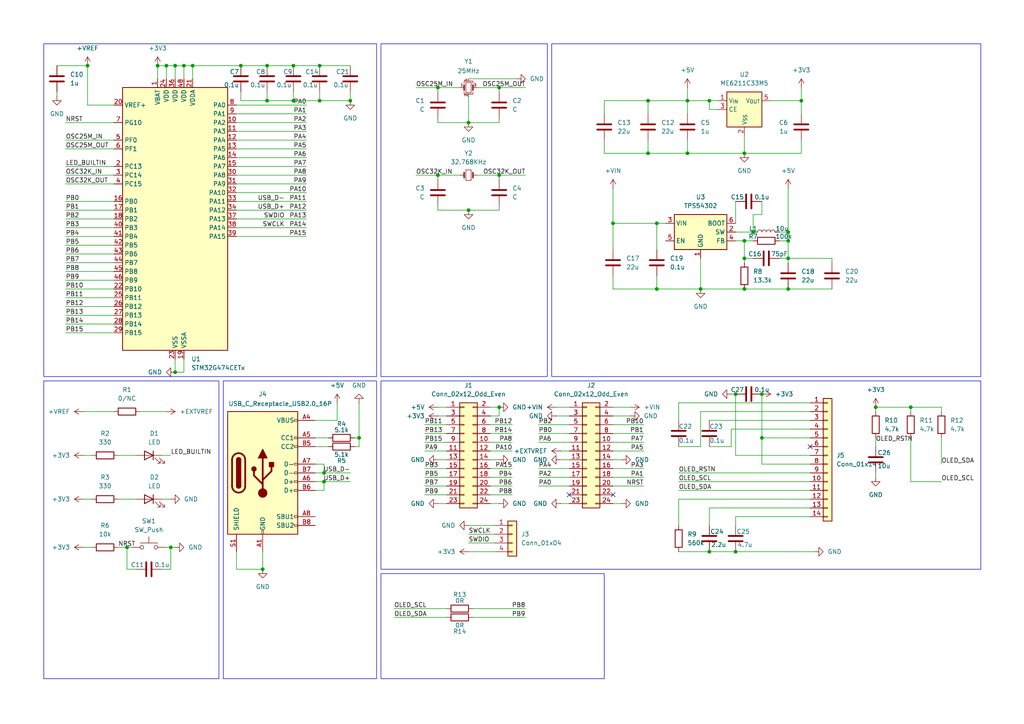
<source format=kicad_sch>
(kicad_sch (version 20250114) (generator "eeschema") (generator_version "9.0")
  (paper "A4")
  (rectangle (start 12.7 110.49) (end 63.5 196.85))
  (rectangle (start 110.49 110.49) (end 284.48 165.1))
  (rectangle (start 110.49 12.7) (end 158.75 109.22))
  (rectangle (start 64.77 110.49) (end 109.22 196.85))
  (rectangle (start 110.49 166.37) (end 175.26 196.85))
  (rectangle (start 12.7 12.7) (end 109.22 109.22))
  (rectangle (start 160.02 12.7) (end 284.48 109.22))
  (junction (at 220.98 114.3))
  (junction (at 50.8 107.95))
  (junction (at 264.16 118.11))
  (junction (at 77.47 19.05))
  (junction (at 135.89 35.56))
  (junction (at 254 118.11))
  (junction (at 93.98 137.16))
  (junction (at 228.6 83.82))
  (junction (at 144.78 50.8))
  (junction (at 135.89 60.96))
  (junction (at 190.5 64.77))
  (junction (at 190.5 83.82))
  (junction (at 93.98 139.7))
  (junction (at 187.96 44.45))
  (junction (at 92.71 29.21))
  (junction (at 104.14 127))
  (junction (at 199.39 29.21))
  (junction (at 85.09 29.21))
  (junction (at 215.9 74.93))
  (junction (at 45.72 19.05))
  (junction (at 48.26 19.05))
  (junction (at 177.8 64.77))
  (junction (at 213.36 160.02))
  (junction (at 101.6 29.21))
  (junction (at 228.6 74.93))
  (junction (at 55.88 19.05))
  (junction (at 187.96 29.21))
  (junction (at 218.44 67.31))
  (junction (at 215.9 44.45))
  (junction (at 203.2 83.82))
  (junction (at 85.09 19.05))
  (junction (at 228.6 67.31))
  (junction (at 127 25.4))
  (junction (at 199.39 44.45))
  (junction (at 36.83 158.75))
  (junction (at 232.41 29.21))
  (junction (at 76.2 165.1))
  (junction (at 215.9 69.85))
  (junction (at 77.47 29.21))
  (junction (at 53.34 19.05))
  (junction (at 92.71 19.05))
  (junction (at 215.9 83.82))
  (junction (at 205.74 29.21))
  (junction (at 50.8 19.05))
  (junction (at 25.4 19.05))
  (junction (at 144.78 25.4))
  (junction (at 228.6 69.85))
  (junction (at 213.36 114.3))
  (junction (at 205.74 160.02))
  (junction (at 49.53 158.75))
  (junction (at 220.98 127))
  (junction (at 127 50.8))
  (junction (at 69.85 19.05))
  (junction (at 144.78 118.11))
  (no_connect (at 165.1 143.51))
  (no_connect (at 177.8 143.51))
  (no_connect (at 234.95 129.54))
  (wire (pts (xy 92.71 26.67) (xy 92.71 29.21)))
  (wire (pts (xy 127 25.4) (xy 127 26.67)))
  (wire (pts (xy 144.78 50.8) (xy 144.78 52.07)))
  (wire (pts (xy 156.21 135.89) (xy 165.1 135.89)))
  (wire (pts (xy 19.05 71.12) (xy 33.02 71.12)))
  (wire (pts (xy 123.19 125.73) (xy 129.54 125.73)))
  (wire (pts (xy 25.4 30.48) (xy 25.4 19.05)))
  (wire (pts (xy 144.78 35.56) (xy 135.89 35.56)))
  (wire (pts (xy 254 137.16) (xy 254 138.43)))
  (wire (pts (xy 97.79 121.92) (xy 91.44 121.92)))
  (wire (pts (xy 205.74 160.02) (xy 213.36 160.02)))
  (wire (pts (xy 123.19 143.51) (xy 129.54 143.51)))
  (wire (pts (xy 177.8 123.19) (xy 186.69 123.19)))
  (wire (pts (xy 138.43 25.4) (xy 144.78 25.4)))
  (wire (pts (xy 254 118.11) (xy 264.16 118.11)))
  (wire (pts (xy 177.8 64.77) (xy 177.8 54.61)))
  (wire (pts (xy 19.05 43.18) (xy 33.02 43.18)))
  (wire (pts (xy 226.06 74.93) (xy 228.6 74.93)))
  (wire (pts (xy 213.36 152.4) (xy 213.36 149.86)))
  (wire (pts (xy 45.72 19.05) (xy 45.72 22.86)))
  (wire (pts (xy 97.79 116.84) (xy 97.79 121.92)))
  (wire (pts (xy 144.78 25.4) (xy 144.78 26.67)))
  (wire (pts (xy 177.8 146.05) (xy 180.34 146.05)))
  (wire (pts (xy 162.56 133.35) (xy 165.1 133.35)))
  (wire (pts (xy 241.3 76.2) (xy 241.3 74.93)))
  (wire (pts (xy 93.98 139.7) (xy 93.98 142.24)))
  (wire (pts (xy 135.89 60.96) (xy 127 60.96)))
  (wire (pts (xy 226.06 69.85) (xy 228.6 69.85)))
  (wire (pts (xy 193.04 64.77) (xy 190.5 64.77)))
  (wire (pts (xy 85.09 19.05) (xy 92.71 19.05)))
  (wire (pts (xy 144.78 34.29) (xy 144.78 35.56)))
  (wire (pts (xy 36.83 158.75) (xy 38.1 158.75)))
  (wire (pts (xy 19.05 66.04) (xy 33.02 66.04)))
  (wire (pts (xy 215.9 39.37) (xy 215.9 44.45)))
  (wire (pts (xy 232.41 44.45) (xy 215.9 44.45)))
  (wire (pts (xy 273.05 119.38) (xy 273.05 118.11)))
  (wire (pts (xy 93.98 137.16) (xy 101.6 137.16)))
  (wire (pts (xy 220.98 62.23) (xy 218.44 62.23)))
  (wire (pts (xy 49.53 158.75) (xy 50.8 158.75)))
  (wire (pts (xy 68.58 35.56) (xy 88.9 35.56)))
  (wire (pts (xy 199.39 44.45) (xy 215.9 44.45)))
  (wire (pts (xy 156.21 138.43) (xy 165.1 138.43)))
  (wire (pts (xy 127 50.8) (xy 133.35 50.8)))
  (wire (pts (xy 264.16 119.38) (xy 264.16 118.11)))
  (wire (pts (xy 135.89 157.48) (xy 143.51 157.48)))
  (wire (pts (xy 34.29 144.78) (xy 39.37 144.78)))
  (wire (pts (xy 91.44 134.62) (xy 93.98 134.62)))
  (wire (pts (xy 19.05 81.28) (xy 33.02 81.28)))
  (wire (pts (xy 135.89 35.56) (xy 127 35.56)))
  (wire (pts (xy 50.8 104.14) (xy 50.8 107.95)))
  (wire (pts (xy 50.8 19.05) (xy 48.26 19.05)))
  (wire (pts (xy 177.8 64.77) (xy 177.8 72.39)))
  (wire (pts (xy 114.3 176.53) (xy 129.54 176.53)))
  (wire (pts (xy 213.36 114.3) (xy 213.36 132.08)))
  (wire (pts (xy 228.6 74.93) (xy 228.6 69.85)))
  (wire (pts (xy 127 120.65) (xy 129.54 120.65)))
  (wire (pts (xy 142.24 143.51) (xy 148.59 143.51)))
  (wire (pts (xy 187.96 44.45) (xy 199.39 44.45)))
  (wire (pts (xy 212.09 129.54) (xy 205.74 129.54)))
  (wire (pts (xy 228.6 69.85) (xy 228.6 67.31)))
  (wire (pts (xy 142.24 140.97) (xy 148.59 140.97)))
  (wire (pts (xy 19.05 63.5) (xy 33.02 63.5)))
  (wire (pts (xy 19.05 73.66) (xy 33.02 73.66)))
  (wire (pts (xy 19.05 35.56) (xy 33.02 35.56)))
  (wire (pts (xy 203.2 83.82) (xy 203.2 74.93)))
  (wire (pts (xy 53.34 22.86) (xy 53.34 19.05)))
  (wire (pts (xy 120.65 25.4) (xy 127 25.4)))
  (wire (pts (xy 77.47 29.21) (xy 85.09 29.21)))
  (wire (pts (xy 241.3 74.93) (xy 228.6 74.93)))
  (wire (pts (xy 196.85 137.16) (xy 234.95 137.16)))
  (wire (pts (xy 177.8 130.81) (xy 186.69 130.81)))
  (wire (pts (xy 199.39 25.4) (xy 199.39 29.21)))
  (wire (pts (xy 177.8 140.97) (xy 186.69 140.97)))
  (wire (pts (xy 177.8 83.82) (xy 190.5 83.82)))
  (wire (pts (xy 127 50.8) (xy 127 52.07)))
  (wire (pts (xy 68.58 55.88) (xy 88.9 55.88)))
  (wire (pts (xy 232.41 40.64) (xy 232.41 44.45)))
  (wire (pts (xy 104.14 127) (xy 104.14 116.84)))
  (wire (pts (xy 135.89 22.86) (xy 149.86 22.86)))
  (wire (pts (xy 24.13 158.75) (xy 26.67 158.75)))
  (wire (pts (xy 46.99 132.08) (xy 49.53 132.08)))
  (wire (pts (xy 127 146.05) (xy 129.54 146.05)))
  (wire (pts (xy 196.85 142.24) (xy 234.95 142.24)))
  (wire (pts (xy 24.13 144.78) (xy 26.67 144.78)))
  (wire (pts (xy 142.24 118.11) (xy 144.78 118.11)))
  (wire (pts (xy 196.85 160.02) (xy 205.74 160.02)))
  (wire (pts (xy 196.85 144.78) (xy 196.85 152.4)))
  (wire (pts (xy 69.85 29.21) (xy 77.47 29.21)))
  (wire (pts (xy 127 25.4) (xy 133.35 25.4)))
  (wire (pts (xy 92.71 29.21) (xy 101.6 29.21)))
  (wire (pts (xy 144.78 59.69) (xy 144.78 60.96)))
  (wire (pts (xy 48.26 158.75) (xy 49.53 158.75)))
  (wire (pts (xy 19.05 50.8) (xy 33.02 50.8)))
  (wire (pts (xy 190.5 64.77) (xy 190.5 72.39)))
  (wire (pts (xy 91.44 142.24) (xy 93.98 142.24)))
  (wire (pts (xy 213.36 67.31) (xy 218.44 67.31)))
  (wire (pts (xy 127 60.96) (xy 127 59.69)))
  (wire (pts (xy 161.29 120.65) (xy 165.1 120.65)))
  (wire (pts (xy 142.24 146.05) (xy 144.78 146.05)))
  (wire (pts (xy 215.9 69.85) (xy 218.44 69.85)))
  (wire (pts (xy 68.58 48.26) (xy 88.9 48.26)))
  (wire (pts (xy 68.58 60.96) (xy 88.9 60.96)))
  (wire (pts (xy 68.58 33.02) (xy 88.9 33.02)))
  (wire (pts (xy 68.58 30.48) (xy 88.9 30.48)))
  (wire (pts (xy 161.29 118.11) (xy 165.1 118.11)))
  (wire (pts (xy 69.85 19.05) (xy 77.47 19.05)))
  (wire (pts (xy 19.05 91.44) (xy 33.02 91.44)))
  (wire (pts (xy 91.44 139.7) (xy 93.98 139.7)))
  (wire (pts (xy 234.95 147.32) (xy 205.74 147.32)))
  (wire (pts (xy 19.05 93.98) (xy 33.02 93.98)))
  (wire (pts (xy 142.24 135.89) (xy 148.59 135.89)))
  (wire (pts (xy 135.89 154.94) (xy 143.51 154.94)))
  (wire (pts (xy 68.58 50.8) (xy 88.9 50.8)))
  (wire (pts (xy 228.6 74.93) (xy 228.6 76.2)))
  (wire (pts (xy 123.19 135.89) (xy 129.54 135.89)))
  (wire (pts (xy 187.96 40.64) (xy 187.96 44.45)))
  (wire (pts (xy 33.02 30.48) (xy 25.4 30.48)))
  (wire (pts (xy 213.36 149.86) (xy 234.95 149.86)))
  (wire (pts (xy 123.19 123.19) (xy 129.54 123.19)))
  (wire (pts (xy 102.87 129.54) (xy 104.14 129.54)))
  (wire (pts (xy 199.39 29.21) (xy 205.74 29.21)))
  (wire (pts (xy 162.56 146.05) (xy 165.1 146.05)))
  (wire (pts (xy 177.8 128.27) (xy 186.69 128.27)))
  (wire (pts (xy 91.44 127) (xy 95.25 127)))
  (wire (pts (xy 68.58 40.64) (xy 88.9 40.64)))
  (wire (pts (xy 69.85 26.67) (xy 69.85 29.21)))
  (wire (pts (xy 215.9 74.93) (xy 215.9 69.85)))
  (wire (pts (xy 68.58 43.18) (xy 88.9 43.18)))
  (wire (pts (xy 68.58 53.34) (xy 88.9 53.34)))
  (wire (pts (xy 19.05 48.26) (xy 33.02 48.26)))
  (wire (pts (xy 205.74 29.21) (xy 208.28 29.21)))
  (wire (pts (xy 144.78 120.65) (xy 144.78 118.11)))
  (wire (pts (xy 205.74 31.75) (xy 205.74 29.21)))
  (wire (pts (xy 55.88 19.05) (xy 69.85 19.05)))
  (wire (pts (xy 48.26 22.86) (xy 48.26 19.05)))
  (wire (pts (xy 190.5 64.77) (xy 177.8 64.77)))
  (wire (pts (xy 92.71 19.05) (xy 101.6 19.05)))
  (wire (pts (xy 49.53 165.1) (xy 49.53 158.75)))
  (wire (pts (xy 196.85 129.54) (xy 203.2 129.54)))
  (wire (pts (xy 234.95 134.62) (xy 220.98 134.62)))
  (wire (pts (xy 55.88 19.05) (xy 53.34 19.05)))
  (wire (pts (xy 19.05 40.64) (xy 33.02 40.64)))
  (wire (pts (xy 85.09 26.67) (xy 85.09 29.21)))
  (wire (pts (xy 93.98 139.7) (xy 101.6 139.7)))
  (wire (pts (xy 91.44 129.54) (xy 95.25 129.54)))
  (wire (pts (xy 50.8 22.86) (xy 50.8 19.05)))
  (wire (pts (xy 46.99 165.1) (xy 49.53 165.1)))
  (wire (pts (xy 19.05 68.58) (xy 33.02 68.58)))
  (wire (pts (xy 53.34 19.05) (xy 50.8 19.05)))
  (wire (pts (xy 273.05 127) (xy 273.05 134.62)))
  (wire (pts (xy 40.64 119.38) (xy 48.26 119.38)))
  (wire (pts (xy 273.05 139.7) (xy 264.16 139.7)))
  (wire (pts (xy 228.6 83.82) (xy 241.3 83.82)))
  (wire (pts (xy 177.8 138.43) (xy 186.69 138.43)))
  (wire (pts (xy 156.21 123.19) (xy 165.1 123.19)))
  (wire (pts (xy 114.3 179.07) (xy 129.54 179.07)))
  (wire (pts (xy 215.9 83.82) (xy 203.2 83.82)))
  (wire (pts (xy 175.26 44.45) (xy 187.96 44.45)))
  (wire (pts (xy 55.88 22.86) (xy 55.88 19.05)))
  (wire (pts (xy 123.19 140.97) (xy 129.54 140.97)))
  (wire (pts (xy 232.41 25.4) (xy 232.41 29.21)))
  (wire (pts (xy 76.2 160.02) (xy 76.2 165.1)))
  (wire (pts (xy 68.58 63.5) (xy 88.9 63.5)))
  (wire (pts (xy 24.13 132.08) (xy 26.67 132.08)))
  (wire (pts (xy 77.47 26.67) (xy 77.47 29.21)))
  (wire (pts (xy 137.16 179.07) (xy 152.4 179.07)))
  (wire (pts (xy 218.44 74.93) (xy 215.9 74.93)))
  (wire (pts (xy 123.19 130.81) (xy 129.54 130.81)))
  (wire (pts (xy 208.28 31.75) (xy 205.74 31.75)))
  (wire (pts (xy 19.05 86.36) (xy 33.02 86.36)))
  (wire (pts (xy 127 35.56) (xy 127 34.29)))
  (wire (pts (xy 220.98 58.42) (xy 220.98 62.23)))
  (wire (pts (xy 19.05 60.96) (xy 33.02 60.96)))
  (wire (pts (xy 144.78 25.4) (xy 152.4 25.4)))
  (wire (pts (xy 220.98 114.3) (xy 220.98 127)))
  (wire (pts (xy 142.24 128.27) (xy 148.59 128.27)))
  (wire (pts (xy 175.26 29.21) (xy 187.96 29.21)))
  (wire (pts (xy 177.8 125.73) (xy 186.69 125.73)))
  (wire (pts (xy 212.09 124.46) (xy 212.09 129.54)))
  (wire (pts (xy 187.96 33.02) (xy 187.96 29.21)))
  (wire (pts (xy 19.05 96.52) (xy 33.02 96.52)))
  (wire (pts (xy 220.98 134.62) (xy 220.98 127)))
  (wire (pts (xy 144.78 50.8) (xy 152.4 50.8)))
  (wire (pts (xy 68.58 58.42) (xy 88.9 58.42)))
  (wire (pts (xy 24.13 119.38) (xy 33.02 119.38)))
  (wire (pts (xy 19.05 58.42) (xy 33.02 58.42)))
  (wire (pts (xy 127 133.35) (xy 129.54 133.35)))
  (wire (pts (xy 220.98 127) (xy 234.95 127)))
  (wire (pts (xy 187.96 29.21) (xy 199.39 29.21)))
  (wire (pts (xy 19.05 88.9) (xy 33.02 88.9)))
  (wire (pts (xy 19.05 53.34) (xy 33.02 53.34)))
  (wire (pts (xy 142.24 138.43) (xy 148.59 138.43)))
  (wire (pts (xy 212.09 114.3) (xy 213.36 114.3)))
  (wire (pts (xy 53.34 107.95) (xy 50.8 107.95)))
  (wire (pts (xy 177.8 135.89) (xy 186.69 135.89)))
  (wire (pts (xy 53.34 104.14) (xy 53.34 107.95)))
  (wire (pts (xy 36.83 165.1) (xy 36.83 158.75)))
  (wire (pts (xy 175.26 33.02) (xy 175.26 29.21)))
  (wire (pts (xy 264.16 139.7) (xy 264.16 127)))
  (wire (pts (xy 199.39 40.64) (xy 199.39 44.45)))
  (wire (pts (xy 232.41 29.21) (xy 223.52 29.21)))
  (wire (pts (xy 127 118.11) (xy 129.54 118.11)))
  (wire (pts (xy 215.9 83.82) (xy 228.6 83.82)))
  (wire (pts (xy 264.16 118.11) (xy 273.05 118.11)))
  (wire (pts (xy 213.36 69.85) (xy 215.9 69.85)))
  (wire (pts (xy 205.74 121.92) (xy 234.95 121.92)))
  (wire (pts (xy 137.16 176.53) (xy 152.4 176.53)))
  (wire (pts (xy 120.65 50.8) (xy 127 50.8)))
  (wire (pts (xy 177.8 120.65) (xy 182.88 120.65)))
  (wire (pts (xy 39.37 165.1) (xy 36.83 165.1)))
  (wire (pts (xy 68.58 68.58) (xy 88.9 68.58)))
  (wire (pts (xy 77.47 19.05) (xy 85.09 19.05)))
  (wire (pts (xy 68.58 45.72) (xy 88.9 45.72)))
  (wire (pts (xy 156.21 125.73) (xy 165.1 125.73)))
  (wire (pts (xy 123.19 128.27) (xy 129.54 128.27)))
  (wire (pts (xy 215.9 74.93) (xy 215.9 76.2)))
  (wire (pts (xy 199.39 33.02) (xy 199.39 29.21)))
  (wire (pts (xy 190.5 83.82) (xy 203.2 83.82)))
  (wire (pts (xy 135.89 152.4) (xy 143.51 152.4)))
  (wire (pts (xy 190.5 80.01) (xy 190.5 83.82)))
  (wire (pts (xy 46.99 144.78) (xy 49.53 144.78)))
  (wire (pts (xy 142.24 120.65) (xy 144.78 120.65)))
  (wire (pts (xy 218.44 62.23) (xy 218.44 67.31)))
  (wire (pts (xy 228.6 54.61) (xy 228.6 67.31)))
  (wire (pts (xy 68.58 38.1) (xy 88.9 38.1)))
  (wire (pts (xy 205.74 147.32) (xy 205.74 152.4)))
  (wire (pts (xy 85.09 29.21) (xy 92.71 29.21)))
  (wire (pts (xy 142.24 125.73) (xy 148.59 125.73)))
  (wire (pts (xy 68.58 165.1) (xy 76.2 165.1)))
  (wire (pts (xy 213.36 132.08) (xy 234.95 132.08)))
  (wire (pts (xy 19.05 78.74) (xy 33.02 78.74)))
  (wire (pts (xy 91.44 137.16) (xy 93.98 137.16)))
  (wire (pts (xy 138.43 50.8) (xy 144.78 50.8)))
  (wire (pts (xy 234.95 124.46) (xy 212.09 124.46)))
  (wire (pts (xy 144.78 60.96) (xy 135.89 60.96)))
  (wire (pts (xy 177.8 80.01) (xy 177.8 83.82)))
  (wire (pts (xy 228.6 67.31) (xy 226.06 67.31)))
  (wire (pts (xy 34.29 158.75) (xy 36.83 158.75)))
  (wire (pts (xy 16.51 26.67) (xy 16.51 27.94)))
  (wire (pts (xy 196.85 116.84) (xy 234.95 116.84)))
  (wire (pts (xy 232.41 29.21) (xy 232.41 33.02)))
  (wire (pts (xy 93.98 134.62) (xy 93.98 137.16)))
  (wire (pts (xy 135.89 160.02) (xy 143.51 160.02)))
  (wire (pts (xy 203.2 129.54) (xy 203.2 119.38)))
  (wire (pts (xy 48.26 19.05) (xy 45.72 19.05)))
  (wire (pts (xy 68.58 160.02) (xy 68.58 165.1)))
  (wire (pts (xy 142.24 133.35) (xy 144.78 133.35)))
  (wire (pts (xy 175.26 40.64) (xy 175.26 44.45)))
  (wire (pts (xy 135.89 27.94) (xy 135.89 35.56)))
  (wire (pts (xy 196.85 121.92) (xy 196.85 116.84)))
  (wire (pts (xy 142.24 130.81) (xy 148.59 130.81)))
  (wire (pts (xy 254 118.11) (xy 254 119.38)))
  (wire (pts (xy 156.21 128.27) (xy 165.1 128.27)))
  (wire (pts (xy 34.29 132.08) (xy 39.37 132.08)))
  (wire (pts (xy 196.85 139.7) (xy 234.95 139.7)))
  (wire (pts (xy 203.2 119.38) (xy 234.95 119.38)))
  (wire (pts (xy 123.19 138.43) (xy 129.54 138.43)))
  (wire (pts (xy 213.36 58.42) (xy 213.36 64.77)))
  (wire (pts (xy 177.8 133.35) (xy 180.34 133.35)))
  (wire (pts (xy 254 127) (xy 254 129.54)))
  (wire (pts (xy 102.87 127) (xy 104.14 127)))
  (wire (pts (xy 142.24 123.19) (xy 148.59 123.19)))
  (wire (pts (xy 213.36 160.02) (xy 236.22 160.02)))
  (wire (pts (xy 156.21 140.97) (xy 165.1 140.97)))
  (wire (pts (xy 19.05 83.82) (xy 33.02 83.82)))
  (wire (pts (xy 19.05 76.2) (xy 33.02 76.2)))
  (wire (pts (xy 104.14 129.54) (xy 104.14 127)))
  (wire (pts (xy 68.58 66.04) (xy 88.9 66.04)))
  (wire (pts (xy 16.51 19.05) (xy 25.4 19.05)))
  (wire (pts (xy 196.85 144.78) (xy 234.95 144.78)))
  (wire (pts (xy 101.6 26.67) (xy 101.6 29.21)))
  (wire (pts (xy 162.56 130.81) (xy 165.1 130.81)))
  (wire (pts (xy 177.8 118.11) (xy 182.88 118.11)))
  (label "PA12" (at 88.9 60.96 180))
  (label "PA5" (at 88.9 43.18 180))
  (label "PB1" (at 186.69 125.73 180))
  (label "OLED_SCL" (at 273.05 139.7 0))
  (label "PB13" (at 19.05 91.44 0))
  (label "PB3" (at 19.05 66.04 0))
  (label "OLED_RSTN" (at 254 128.27 0))
  (label "OSC32K_IN" (at 120.65 50.8 0))
  (label "PB8" (at 148.59 143.51 180))
  (label "PA6" (at 156.21 128.27 0))
  (label "USB_D+" (at 82.55 60.96 180))
  (label "PA9" (at 123.19 130.81 0))
  (label "OLED_SDA" (at 273.05 134.62 0))
  (label "PB12" (at 19.05 88.9 0))
  (label "SWDIO" (at 135.89 157.48 0))
  (label "PA8" (at 88.9 50.8 180))
  (label "PB4" (at 148.59 138.43 180))
  (label "PA14" (at 88.9 66.04 180))
  (label "PB12" (at 148.59 123.19 180))
  (label "PB0" (at 19.05 58.42 0))
  (label "PA10" (at 148.59 130.81 180))
  (label "SWDIO" (at 82.55 63.5 180))
  (label "PA15" (at 148.59 135.89 180))
  (label "PA4" (at 88.9 40.64 180))
  (label "PB9" (at 152.4 179.07 180))
  (label "PB11" (at 123.19 123.19 0))
  (label "PA11" (at 88.9 58.42 180))
  (label "PB5" (at 19.05 71.12 0))
  (label "PB10" (at 19.05 83.82 0))
  (label "OLED_SCL" (at 114.3 176.53 0))
  (label "PB10" (at 186.69 123.19 180))
  (label "PB7" (at 123.19 140.97 0))
  (label "PA2" (at 156.21 138.43 0))
  (label "PA2" (at 88.9 35.56 180))
  (label "PB13" (at 123.19 125.73 0))
  (label "OSC25M_OUT" (at 19.05 43.18 0))
  (label "OLED_SDA" (at 196.85 142.24 0))
  (label "PB15" (at 123.19 128.27 0))
  (label "OSC32K_IN" (at 19.05 50.8 0))
  (label "USB_D+" (at 101.6 139.7 180))
  (label "OSC32K_OUT" (at 152.4 50.8 180))
  (label "SWCLK" (at 82.55 66.04 180))
  (label "PB4" (at 19.05 68.58 0))
  (label "PB14" (at 19.05 93.98 0))
  (label "OLED_SCL" (at 196.85 139.7 0))
  (label "PA1" (at 88.9 33.02 180))
  (label "PA6" (at 88.9 45.72 180))
  (label "PB8" (at 152.4 176.53 180))
  (label "PB0" (at 156.21 125.73 0))
  (label "PB8" (at 19.05 78.74 0))
  (label "OSC25M_OUT" (at 152.4 25.4 180))
  (label "PA1" (at 186.69 138.43 180))
  (label "PA8" (at 148.59 128.27 180))
  (label "OLED_SDA" (at 114.3 179.07 0))
  (label "PA9" (at 88.9 53.34 180))
  (label "NRST" (at 186.69 140.97 180))
  (label "PB3" (at 123.19 135.89 0))
  (label "PA0" (at 88.9 30.48 180))
  (label "PB9" (at 19.05 81.28 0))
  (label "PB15" (at 19.05 96.52 0))
  (label "LED_BUILTIN" (at 19.05 48.26 0))
  (label "PA7" (at 88.9 48.26 180))
  (label "PB6" (at 148.59 140.97 180))
  (label "NRST" (at 19.05 35.56 0))
  (label "PA3" (at 88.9 38.1 180))
  (label "NRST" (at 34.29 158.75 0))
  (label "PB6" (at 19.05 73.66 0))
  (label "PB2" (at 19.05 63.5 0))
  (label "PB11" (at 19.05 86.36 0))
  (label "PA10" (at 88.9 55.88 180))
  (label "OSC32K_OUT" (at 19.05 53.34 0))
  (label "LED_BUILTIN" (at 49.53 132.08 0))
  (label "OSC25M_IN" (at 19.05 40.64 0))
  (label "PB1" (at 19.05 60.96 0))
  (label "SWCLK" (at 135.89 154.94 0))
  (label "PB2" (at 156.21 123.19 0))
  (label "OLED_RSTN" (at 196.85 137.16 0))
  (label "OSC25M_IN" (at 120.65 25.4 0))
  (label "PA15" (at 88.9 68.58 180))
  (label "PB7" (at 19.05 76.2 0))
  (label "PA7" (at 186.69 128.27 180))
  (label "USB_D-" (at 82.55 58.42 180))
  (label "PA0" (at 156.21 140.97 0))
  (label "PA13" (at 88.9 63.5 180))
  (label "PA3" (at 186.69 135.89 180))
  (label "PA4" (at 156.21 135.89 0))
  (label "PB5" (at 123.19 138.43 0))
  (label "PA5" (at 186.69 130.81 180))
  (label "PB14" (at 148.59 125.73 180))
  (label "PB9" (at 123.19 143.51 0))
  (label "USB_D-" (at 101.6 137.16 180))
  (symbol (lib_id "Device:C") (at 77.47 22.86 0) (mirror y) (unit 1)
    (property "Reference" "C8" (at 76.962 20.828 0) (effects (justify left)))
    (property "Value" "0.1u" (at 76.962 24.638 0) (effects (justify left)))
    (property "Footprint" "Capacitor_SMD:C_0603_1608Metric" (effects (hide yes)))
    (property "Description" "Unpolarized capacitor" (effects (hide yes)))
  )
  (symbol (lib_id "Device:C") (at 69.85 22.86 0) (mirror y) (unit 1)
    (property "Reference" "C7" (at 69.342 20.828 0) (effects (justify left)))
    (property "Value" "0.1u" (at 69.342 24.638 0) (effects (justify left)))
    (property "Footprint" "Capacitor_SMD:C_0603_1608Metric" (effects (hide yes)))
    (property "Description" "Unpolarized capacitor" (effects (hide yes)))
  )
  (symbol (lib_id "power:GND") (at 162.56 146.05 270) (unit 1)
    (property "Reference" "#PWR036" (effects (hide yes)))
    (property "Value" "GND" (at 158.75 146.0499 90) (effects (justify right)))
    (property "Description" "Power symbol creates a global label with name \"GND\" , ground" (effects (hide yes)))
  )
  (symbol (lib_id "power:+3V3") (at 135.89 160.02 90) (unit 1)
    (property "Reference" "#PWR017" (effects (hide yes)))
    (property "Value" "+3V3" (at 132.08 160.0199 90) (effects (justify left)))
    (property "Description" "Power symbol creates a global label with name \"+3V3\"" (effects (hide yes)))
  )
  (symbol (lib_id "power:GND") (at 101.6 29.21 0) (unit 1)
    (property "Reference" "#PWR015" (effects (hide yes)))
    (property "Value" "GND" (at 101.6 34.29 0))
    (property "Description" "Power symbol creates a global label with name \"GND\" , ground" (effects (hide yes)))
  )
  (symbol (lib_id "Device:C") (at 127 55.88 0) (mirror y) (unit 1)
    (property "Reference" "C3" (at 123.19 54.6099 0) (effects (justify left)))
    (property "Value" "C" (at 123.19 57.1499 0) (effects (justify left)))
    (property "Footprint" "Capacitor_SMD:C_0603_1608Metric" (effects (hide yes)))
    (property "Description" "Unpolarized capacitor" (effects (hide yes)))
  )
  (symbol (lib_id "Device:LED") (at 43.18 144.78 0) (mirror y) (unit 1)
    (property "Reference" "D2" (at 44.7675 138.43 0))
    (property "Value" "LED" (at 44.7675 140.97 0))
    (property "Footprint" "LED_SMD:LED_0603_1608Metric" (effects (hide yes)))
    (property "Description" "Light emitting diode" (effects (hide yes)))
    (property "Sim.Pins" "1=K 2=A" (effects (hide yes)))
  )
  (symbol (lib_id "Device:R") (at 30.48 144.78 90) (unit 1)
    (property "Reference" "R3" (at 30.48 138.43 90))
    (property "Value" "330" (at 30.48 140.97 90))
    (property "Footprint" "Resistor_SMD:R_0603_1608Metric" (effects (hide yes)))
    (property "Description" "Resistor" (effects (hide yes)))
  )
  (symbol (lib_id "power:+3V3") (at 232.41 25.4 0) (unit 1)
    (property "Reference" "#PWR08" (effects (hide yes)))
    (property "Value" "+3V3" (at 232.41 20.32 0))
    (property "Description" "Power symbol creates a global label with name \"+3V3\"" (effects (hide yes)))
  )
  (symbol (lib_id "Device:C") (at 254 133.35 0) (unit 1)
    (property "Reference" "C26" (at 254.508 131.318 0) (effects (justify left)))
    (property "Value" "10u" (at 254.508 135.128 0) (effects (justify left)))
    (property "Footprint" "Capacitor_SMD:C_0603_1608Metric" (effects (hide yes)))
    (property "Description" "Unpolarized capacitor" (effects (hide yes)))
  )
  (symbol (lib_id "power:GND") (at 254 138.43 0) (unit 1)
    (property "Reference" "#PWR047" (effects (hide yes)))
    (property "Value" "GND" (at 254 143.51 0))
    (property "Description" "Power symbol creates a global label with name \"GND\" , ground" (effects (hide yes)))
  )
  (symbol (lib_id "Device:Crystal_Small") (at 135.89 50.8 0) (unit 1)
    (property "Reference" "Y2" (at 135.89 44.45 0))
    (property "Value" "32.768KHz" (at 135.89 46.99 0))
    (property "Footprint" "Crystal:Crystal_SMD_3215-2Pin_3.2x1.5mm" (effects (hide yes)))
    (property "Description" "Two pin crystal, small symbol" (effects (hide yes)))
  )
  (symbol (lib_id "Device:R") (at 196.85 156.21 180) (unit 1)
    (property "Reference" "R9" (at 199.39 154.9399 0) (effects (justify right)))
    (property "Value" "560k" (at 199.39 157.4799 0) (effects (justify right)))
    (property "Footprint" "Resistor_SMD:R_0603_1608Metric" (effects (hide yes)))
    (property "Description" "Resistor" (effects (hide yes)))
  )
  (symbol (lib_id "Device:C") (at 205.74 156.21 0) (unit 1)
    (property "Reference" "C24" (at 205.994 154.178 0) (effects (justify left)))
    (property "Value" "2.2u" (at 206.248 157.988 0) (effects (justify left)))
    (property "Footprint" "Capacitor_SMD:C_0603_1608Metric" (effects (hide yes)))
    (property "Description" "Unpolarized capacitor" (effects (hide yes)))
  )
  (symbol (lib_id "power:+5V") (at 127 118.11 90) (unit 1)
    (property "Reference" "#PWR024" (effects (hide yes)))
    (property "Value" "+5V" (at 123.19 118.1099 90) (effects (justify left)))
    (property "Description" "Power symbol creates a global label with name \"+5V\"" (effects (hide yes)))
  )
  (symbol (lib_id "Device:R") (at 133.35 179.07 90) (mirror x) (unit 1)
    (property "Reference" "R14" (at 133.35 183.134 90))
    (property "Value" "0R" (at 133.35 181.356 90))
    (property "Footprint" "Resistor_SMD:R_0603_1608Metric" (effects (hide yes)))
    (property "Description" "Resistor" (effects (hide yes)))
  )
  (symbol (lib_id "Device:C") (at 205.74 125.73 0) (unit 1)
    (property "Reference" "C23" (at 205.74 123.698 0) (effects (justify left)))
    (property "Value" "0.1u" (at 205.74 127.762 0) (effects (justify left)))
    (property "Footprint" "Capacitor_SMD:C_0603_1608Metric" (effects (hide yes)))
    (property "Description" "Unpolarized capacitor" (effects (hide yes)))
  )
  (symbol (lib_id "power:GND") (at 236.22 160.02 90) (unit 1)
    (property "Reference" "#PWR043" (effects (hide yes)))
    (property "Value" "GND" (at 240.03 160.0199 90) (effects (justify right)))
    (property "Description" "Power symbol creates a global label with name \"GND\" , ground" (effects (hide yes)))
  )
  (symbol (lib_id "Device:R") (at 30.48 158.75 90) (unit 1)
    (property "Reference" "R6" (at 30.48 152.4 90))
    (property "Value" "10k" (at 30.48 154.94 90))
    (property "Footprint" "Resistor_SMD:R_0603_1608Metric" (effects (hide yes)))
    (property "Description" "Resistor" (effects (hide yes)))
  )
  (symbol (lib_id "power:+3V3") (at 220.98 114.3 270) (unit 1)
    (property "Reference" "#PWR044" (effects (hide yes)))
    (property "Value" "+3V3" (at 224.79 114.2999 90) (effects (justify left)))
    (property "Description" "Power symbol creates a global label with name \"+3V3\"" (effects (hide yes)))
  )
  (symbol (lib_id "power:GND") (at 161.29 120.65 270) (unit 1)
    (property "Reference" "#PWR042" (effects (hide yes)))
    (property "Value" "GND" (at 157.48 120.6499 90) (effects (justify right)))
    (property "Description" "Power symbol creates a global label with name \"GND\" , ground" (effects (hide yes)))
  )
  (symbol (lib_id "Device:R") (at 264.16 123.19 180) (unit 1)
    (property "Reference" "R11" (at 266.7 121.9199 0) (effects (justify right)))
    (property "Value" "4.7k" (at 266.7 124.4599 0) (effects (justify right)))
    (property "Footprint" "Resistor_SMD:R_0603_1608Metric" (effects (hide yes)))
    (property "Description" "Resistor" (effects (hide yes)))
  )
  (symbol (lib_id "Device:C") (at 43.18 165.1 90) (unit 1)
    (property "Reference" "C11" (at 39.878 163.83 90))
    (property "Value" "0.1u" (at 46.99 163.83 90))
    (property "Footprint" "Capacitor_SMD:C_0603_1608Metric" (effects (hide yes)))
    (property "Description" "Unpolarized capacitor" (effects (hide yes)))
  )
  (symbol (lib_id "Device:C") (at 196.85 125.73 0) (unit 1)
    (property "Reference" "C22" (at 196.85 123.698 0) (effects (justify left)))
    (property "Value" "0.1u" (at 196.85 127.762 0) (effects (justify left)))
    (property "Footprint" "Capacitor_SMD:C_0603_1608Metric" (effects (hide yes)))
    (property "Description" "Unpolarized capacitor" (effects (hide yes)))
  )
  (symbol (lib_id "Connector_Generic:Conn_02x12_Odd_Even") (at 134.62 130.81 0) (unit 1)
    (property "Reference" "J1" (at 135.89 111.76 0))
    (property "Value" "Conn_02x12_Odd_Even" (at 135.89 114.3 0))
    (property "Footprint" "Connector_PinHeader_2.54mm:PinHeader_2x12_P2.54mm_Vertical" (effects (hide yes)))
    (property "Description" "Generic connector, double row, 02x12, odd/even pin numbering scheme (row 1 odd numbers, row 2 even numbers), script generated (kicad-library-utils/schlib/autogen/connector/)" (effects (hide yes)))
  )
  (symbol (lib_id "power:GND") (at 76.2 165.1 0) (unit 1)
    (property "Reference" "#PWR020" (effects (hide yes)))
    (property "Value" "GND" (at 76.2 170.18 0))
    (property "Description" "Power symbol creates a global label with name \"GND\" , ground" (effects (hide yes)))
  )
  (symbol (lib_id "Device:C") (at 228.6 80.01 0) (unit 1)
    (property "Reference" "C18" (at 232.41 78.7399 0) (effects (justify left)))
    (property "Value" "22u" (at 232.41 81.2799 0) (effects (justify left)))
    (property "Footprint" "Capacitor_SMD:C_1206_3216Metric" (effects (hide yes)))
    (property "Description" "Unpolarized capacitor" (effects (hide yes)))
  )
  (symbol (lib_id "Device:Crystal_GND24_Small") (at 135.89 25.4 0) (unit 1)
    (property "Reference" "Y1" (at 135.89 17.78 0))
    (property "Value" "25MHz" (at 135.89 20.574 0))
    (property "Footprint" "Crystal:Crystal_SMD_3225-4Pin_3.2x2.5mm" (effects (hide yes)))
    (property "Description" "Four pin crystal, GND on pins 2 and 4, small symbol" (effects (hide yes)))
  )
  (symbol (lib_id "power:+3V3") (at 24.13 158.75 90) (unit 1)
    (property "Reference" "#PWR022" (effects (hide yes)))
    (property "Value" "+3V3" (at 20.32 158.7499 90) (effects (justify left)))
    (property "Description" "Power symbol creates a global label with name \"+3V3\"" (effects (hide yes)))
  )
  (symbol (lib_id "Device:C") (at 144.78 30.48 0) (unit 1)
    (property "Reference" "C2" (at 148.59 29.2099 0) (effects (justify left)))
    (property "Value" "C" (at 148.59 31.7499 0) (effects (justify left)))
    (property "Footprint" "Capacitor_SMD:C_0603_1608Metric" (effects (hide yes)))
    (property "Description" "Unpolarized capacitor" (effects (hide yes)))
  )
  (symbol (lib_id "Device:C") (at 175.26 36.83 0) (unit 1)
    (property "Reference" "C13" (at 179.07 35.5599 0) (effects (justify left)))
    (property "Value" "22u" (at 179.07 38.0999 0) (effects (justify left)))
    (property "Footprint" "Capacitor_SMD:C_1206_3216Metric" (effects (hide yes)))
    (property "Description" "Unpolarized capacitor" (effects (hide yes)))
  )
  (symbol (lib_id "Device:R") (at 30.48 132.08 90) (unit 1)
    (property "Reference" "R2" (at 30.48 125.73 90))
    (property "Value" "330" (at 30.48 128.27 90))
    (property "Footprint" "Resistor_SMD:R_0603_1608Metric" (effects (hide yes)))
    (property "Description" "Resistor" (effects (hide yes)))
  )
  (symbol (lib_id "power:GND") (at 144.78 146.05 90) (unit 1)
    (property "Reference" "#PWR030" (effects (hide yes)))
    (property "Value" "GND" (at 148.59 146.0499 90) (effects (justify right)))
    (property "Description" "Power symbol creates a global label with name \"GND\" , ground" (effects (hide yes)))
  )
  (symbol (lib_id "power:GND") (at 180.34 146.05 90) (unit 1)
    (property "Reference" "#PWR037" (effects (hide yes)))
    (property "Value" "GND" (at 184.15 146.0499 90) (effects (justify right)))
    (property "Description" "Power symbol creates a global label with name \"GND\" , ground" (effects (hide yes)))
  )
  (symbol (lib_id "Device:C") (at 101.6 22.86 0) (mirror y) (unit 1)
    (property "Reference" "C21" (at 101.346 20.828 0) (effects (justify left)))
    (property "Value" "0.1u" (at 101.092 24.638 0) (effects (justify left)))
    (property "Footprint" "Capacitor_SMD:C_0603_1608Metric" (effects (hide yes)))
    (property "Description" "Unpolarized capacitor" (effects (hide yes)))
  )
  (symbol (lib_id "Device:C") (at 92.71 22.86 0) (mirror y) (unit 1)
    (property "Reference" "C14" (at 92.456 20.828 0) (effects (justify left)))
    (property "Value" "0.1u" (at 92.202 24.638 0) (effects (justify left)))
    (property "Footprint" "Capacitor_SMD:C_0603_1608Metric" (effects (hide yes)))
    (property "Description" "Unpolarized capacitor" (effects (hide yes)))
  )
  (symbol (lib_id "Connector:USB_C_Receptacle_USB2.0_16P") (at 76.2 137.16 0) (unit 1)
    (property "Reference" "J4" (at 76.2 114.3 0))
    (property "Value" "USB_C_Receptacle_USB2.0_16P" (at 81.28 117.094 0))
    (property "Footprint" "Connector_USB:USB_C_Receptacle_XKB_U262-16XN-4BVC11" (effects (hide yes)))
    (property "Datasheet" "https://www.usb.org/sites/default/files/documents/usb_type-c.zip" (effects (hide yes)))
    (property "Description" "USB 2.0-only 16P Type-C Receptacle connector" (effects (hide yes)))
  )
  (symbol (lib_id "power:GND") (at 182.88 120.65 90) (unit 1)
    (property "Reference" "#PWR032" (effects (hide yes)))
    (property "Value" "GND" (at 186.69 120.6499 90) (effects (justify right)))
    (property "Description" "Power symbol creates a global label with name \"GND\" , ground" (effects (hide yes)))
  )
  (symbol (lib_id "power:GND") (at 49.53 144.78 90) (unit 1)
    (property "Reference" "#PWR014" (effects (hide yes)))
    (property "Value" "GND" (at 53.34 144.7799 90) (effects (justify right)))
    (property "Description" "Power symbol creates a global label with name \"GND\" , ground" (effects (hide yes)))
  )
  (symbol (lib_id "power:GND") (at 144.78 133.35 90) (unit 1)
    (property "Reference" "#PWR028" (effects (hide yes)))
    (property "Value" "GND" (at 148.59 133.3499 90) (effects (justify right)))
    (property "Description" "Power symbol creates a global label with name \"GND\" , ground" (effects (hide yes)))
  )
  (symbol (lib_id "Device:C") (at 177.8 76.2 0) (unit 1)
    (property "Reference" "C17" (at 181.61 74.9299 0) (effects (justify left)))
    (property "Value" "22u" (at 181.61 77.4699 0) (effects (justify left)))
    (property "Footprint" "Capacitor_SMD:C_1206_3216Metric" (effects (hide yes)))
    (property "Description" "Unpolarized capacitor" (effects (hide yes)))
  )
  (symbol (lib_id "power:GND") (at 212.09 114.3 270) (unit 1)
    (property "Reference" "#PWR045" (effects (hide yes)))
    (property "Value" "GND" (at 208.28 114.2999 90) (effects (justify right)))
    (property "Description" "Power symbol creates a global label with name \"GND\" , ground" (effects (hide yes)))
  )
  (symbol (lib_id "power:+3V3") (at 24.13 132.08 90) (unit 1)
    (property "Reference" "#PWR012" (effects (hide yes)))
    (property "Value" "+3V3" (at 20.32 132.0799 90) (effects (justify left)))
    (property "Description" "Power symbol creates a global label with name \"+3V3\"" (effects (hide yes)))
  )
  (symbol (lib_id "power:GND") (at 203.2 83.82 0) (unit 1)
    (property "Reference" "#PWR039" (effects (hide yes)))
    (property "Value" "GND" (at 203.2 88.9 0))
    (property "Description" "Power symbol creates a global label with name \"GND\" , ground" (effects (hide yes)))
  )
  (symbol (lib_id "Device:C") (at 199.39 36.83 0) (unit 1)
    (property "Reference" "C5" (at 203.2 35.5599 0) (effects (justify left)))
    (property "Value" "1u" (at 203.2 38.0999 0) (effects (justify left)))
    (property "Footprint" "Capacitor_SMD:C_0603_1608Metric" (effects (hide yes)))
    (property "Description" "Unpolarized capacitor" (effects (hide yes)))
  )
  (symbol (lib_id "Device:C") (at 16.51 22.86 0) (unit 1)
    (property "Reference" "C10" (at 20.32 21.5899 0) (effects (justify left)))
    (property "Value" "1u" (at 20.32 24.1299 0) (effects (justify left)))
    (property "Footprint" "Capacitor_SMD:C_0603_1608Metric" (effects (hide yes)))
    (property "Description" "Unpolarized capacitor" (effects (hide yes)))
  )
  (symbol (lib_id "MCU_ST_STM32G4:STM32G474CETx") (at 50.8 63.5 0) (unit 1)
    (property "Reference" "U1" (at 55.4833 104.14 0) (effects (justify left)))
    (property "Value" "STM32G474CETx" (at 55.4833 106.68 0) (effects (justify left)))
    (property "Footprint" "Package_QFP:LQFP-48_7x7mm_P0.5mm" (effects (hide yes)))
    (property "Datasheet" "https://www.st.com/resource/en/datasheet/stm32g474ce.pdf" (effects (hide yes)))
    (property "Description" "STMicroelectronics Arm Cortex-M4 MCU, 512KB flash, 128KB RAM, 170 MHz, 1.71-3.6V, 38 GPIO, LQFP48" (effects (hide yes)))
  )
  (symbol (lib_id "power:GND") (at 127 146.05 270) (unit 1)
    (property "Reference" "#PWR029" (effects (hide yes)))
    (property "Value" "GND" (at 123.19 146.0499 90) (effects (justify right)))
    (property "Description" "Power symbol creates a global label with name \"GND\" , ground" (effects (hide yes)))
  )
  (symbol (lib_id "power:GND") (at 144.78 118.11 90) (unit 1)
    (property "Reference" "#PWR025" (effects (hide yes)))
    (property "Value" "GND" (at 148.59 118.1099 90) (effects (justify right)))
    (property "Description" "Power symbol creates a global label with name \"GND\" , ground" (effects (hide yes)))
  )
  (symbol (lib_id "Connector_Generic:Conn_01x14") (at 240.03 132.08 0) (unit 1)
    (property "Reference" "J5" (at 242.57 132.0799 0) (effects (justify left)))
    (property "Value" "Conn_01x14" (at 242.57 134.6199 0) (effects (justify left)))
    (property "Footprint" "Library:OLED-SMD_14P-P0.62" (effects (hide yes)))
    (property "Description" "Generic connector, single row, 01x14, script generated (kicad-library-utils/schlib/autogen/connector/)" (effects (hide yes)))
  )
  (symbol (lib_id "power:+5V") (at 199.39 25.4 0) (unit 1)
    (property "Reference" "#PWR01" (effects (hide yes)))
    (property "Value" "+5V" (at 199.39 20.32 0))
    (property "Description" "Power symbol creates a global label with name \"+5V\"" (effects (hide yes)))
  )
  (symbol (lib_id "Device:R") (at 222.25 69.85 90) (unit 1)
    (property "Reference" "R7" (at 218.44 68.58 90))
    (property "Value" "100k" (at 227.33 68.58 90))
    (property "Footprint" "Resistor_SMD:R_0603_1608Metric" (effects (hide yes)))
    (property "Description" "Resistor" (effects (hide yes)))
  )
  (symbol (lib_id "power:GND") (at 135.89 35.56 0) (unit 1)
    (property "Reference" "#PWR06" (effects (hide yes)))
    (property "Value" "GND" (at 135.89 40.64 0))
    (property "Description" "Power symbol creates a global label with name \"GND\" , ground" (effects (hide yes)))
  )
  (symbol (lib_id "power:GND") (at 127 133.35 270) (unit 1)
    (property "Reference" "#PWR027" (effects (hide yes)))
    (property "Value" "GND" (at 123.19 133.3499 90) (effects (justify right)))
    (property "Description" "Power symbol creates a global label with name \"GND\" , ground" (effects (hide yes)))
  )
  (symbol (lib_id "Device:C") (at 85.09 22.86 0) (mirror y) (unit 1)
    (property "Reference" "C9" (at 84.836 20.828 0) (effects (justify left)))
    (property "Value" "0.1u" (at 84.582 24.638 0) (effects (justify left)))
    (property "Footprint" "Capacitor_SMD:C_0603_1608Metric" (effects (hide yes)))
    (property "Description" "Unpolarized capacitor" (effects (hide yes)))
  )
  (symbol (lib_id "Device:C") (at 213.36 156.21 0) (unit 1)
    (property "Reference" "C25" (at 213.614 154.178 0) (effects (justify left)))
    (property "Value" "4.7u" (at 213.868 157.988 0) (effects (justify left)))
    (property "Footprint" "Capacitor_SMD:C_0603_1608Metric" (effects (hide yes)))
    (property "Description" "Unpolarized capacitor" (effects (hide yes)))
  )
  (symbol (lib_id "power:GND") (at 104.14 116.84 180) (unit 1)
    (property "Reference" "#PWR021" (effects (hide yes)))
    (property "Value" "GND" (at 104.14 111.76 0))
    (property "Description" "Power symbol creates a global label with name \"GND\" , ground" (effects (hide yes)))
  )
  (symbol (lib_id "Device:R") (at 273.05 123.19 180) (unit 1)
    (property "Reference" "R12" (at 275.59 121.9199 0) (effects (justify right)))
    (property "Value" "4.7k" (at 275.59 124.4599 0) (effects (justify right)))
    (property "Footprint" "Resistor_SMD:R_0603_1608Metric" (effects (hide yes)))
    (property "Description" "Resistor" (effects (hide yes)))
  )
  (symbol (lib_id "Device:R") (at 36.83 119.38 90) (unit 1)
    (property "Reference" "R1" (at 36.83 113.03 90))
    (property "Value" "0/NC" (at 36.83 115.57 90))
    (property "Footprint" "Resistor_SMD:R_0603_1608Metric" (effects (hide yes)))
    (property "Description" "Resistor" (effects (hide yes)))
  )
  (symbol (lib_id "power:GND") (at 215.9 44.45 0) (unit 1)
    (property "Reference" "#PWR09" (effects (hide yes)))
    (property "Value" "GND" (at 215.9 49.53 0))
    (property "Description" "Power symbol creates a global label with name \"GND\" , ground" (effects (hide yes)))
  )
  (symbol (lib_id "power:+5V") (at 177.8 54.61 0) (unit 1)
    (property "Reference" "#PWR038" (effects (hide yes)))
    (property "Value" "+VIN" (at 177.8 49.53 0))
    (property "Description" "Power symbol creates a global label with name \"+VIN\"" (effects (hide yes)))
  )
  (symbol (lib_id "Connector_Generic:Conn_01x04") (at 148.59 154.94 0) (unit 1)
    (property "Reference" "J3" (at 151.13 154.9399 0) (effects (justify left)))
    (property "Value" "Conn_01x04" (at 151.13 157.4799 0) (effects (justify left)))
    (property "Footprint" "Connector_PinHeader_2.54mm:PinHeader_1x04_P2.54mm_Horizontal" (effects (hide yes)))
    (property "Description" "Generic connector, single row, 01x04, script generated (kicad-library-utils/schlib/autogen/connector/)" (effects (hide yes)))
  )
  (symbol (lib_id "power:+5V") (at 161.29 118.11 90) (unit 1)
    (property "Reference" "#PWR041" (effects (hide yes)))
    (property "Value" "+VIN" (at 157.48 118.1099 90) (effects (justify left)))
    (property "Description" "Power symbol creates a global label with name \"+VIN\"" (effects (hide yes)))
  )
  (symbol (lib_id "Device:C") (at 222.25 74.93 90) (unit 1)
    (property "Reference" "C16" (at 218.948 73.66 90))
    (property "Value" "75pF" (at 226.06 73.66 90))
    (property "Footprint" "Capacitor_SMD:C_0603_1608Metric" (effects (hide yes)))
    (property "Description" "Unpolarized capacitor" (effects (hide yes)))
  )
  (symbol (lib_id "power:GND") (at 162.56 133.35 270) (unit 1)
    (property "Reference" "#PWR034" (effects (hide yes)))
    (property "Value" "GND" (at 158.75 133.3499 90) (effects (justify right)))
    (property "Description" "Power symbol creates a global label with name \"GND\" , ground" (effects (hide yes)))
  )
  (symbol (lib_id "power:+3V3") (at 24.13 119.38 90) (unit 1)
    (property "Reference" "#PWR010" (effects (hide yes)))
    (property "Value" "+VREF" (at 20.32 119.3799 90) (effects (justify left)))
    (property "Description" "Power symbol creates a global label with name \"+VREF\"" (effects (hide yes)))
  )
  (symbol (lib_id "power:+3V3") (at 24.13 144.78 90) (unit 1)
    (property "Reference" "#PWR013" (effects (hide yes)))
    (property "Value" "+3V3" (at 20.32 144.7799 90) (effects (justify left)))
    (property "Description" "Power symbol creates a global label with name \"+3V3\"" (effects (hide yes)))
  )
  (symbol (lib_id "Regulator_Switching:TPS54302") (at 203.2 67.31 0) (unit 1)
    (property "Reference" "U3" (at 203.2 57.15 0))
    (property "Value" "TPS54302" (at 203.2 59.69 0))
    (property "Footprint" "Package_TO_SOT_SMD:SOT-23-6" (effects (hide yes)))
    (property "Datasheet" "http://www.ti.com/lit/ds/symlink/tps54302.pdf" (effects (hide yes)))
    (property "Description" "3A, 4.5 to 28V Input, EMI Friendly integrated switch synchronous step-down regulator, pulse-skipping, SOT-23-6" (effects (hide yes)))
  )
  (symbol (lib_id "power:+3V3") (at 48.26 119.38 270) (mirror x) (unit 1)
    (property "Reference" "#PWR011" (effects (hide yes)))
    (property "Value" "+EXTVREF" (at 52.07 119.3799 90) (effects (justify left)))
    (property "Description" "Power symbol creates a global label with name \"+EXTVREF\"" (effects (hide yes)))
  )
  (symbol (lib_id "power:GND") (at 50.8 107.95 270) (unit 1)
    (property "Reference" "#PWR02" (effects (hide yes)))
    (property "Value" "GND" (at 46.99 107.9499 90) (effects (justify right)))
    (property "Description" "Power symbol creates a global label with name \"GND\" , ground" (effects (hide yes)))
  )
  (symbol (lib_id "Switch:SW_Push") (at 43.18 158.75 0) (unit 1)
    (property "Reference" "SW1" (at 43.18 151.13 0))
    (property "Value" "SW_Push" (at 43.18 153.67 0))
    (property "Footprint" "MyLibrary:3_4微动开关" (effects (hide yes)))
    (property "Description" "Push button switch, generic, two pins" (effects (hide yes)))
  )
  (symbol (lib_id "Regulator_Linear:ME6211C33M5") (at 215.9 31.75 0) (unit 1)
    (property "Reference" "U2" (at 215.9 21.59 0))
    (property "Value" "ME6211C33M5" (at 215.9 24.13 0))
    (property "Footprint" "Package_TO_SOT_SMD:SOT-23-5" (effects (hide yes)))
    (property "Datasheet" "https://www.lcsc.com/datasheet/lcsc_datasheet_2304140030_MICRONE-Nanjing-Micro-One-Elec-ME6211C33R5G_C235316.pdf" (effects (hide yes)))
    (property "Description" "500mA low dropout linear regulator, shutdown pin, 6.5V max input voltage, 3.3V fixed positive output, SOT-23-5" (effects (hide yes)))
  )
  (symbol (lib_id "power:GND") (at 50.8 158.75 90) (unit 1)
    (property "Reference" "#PWR023" (effects (hide yes)))
    (property "Value" "GND" (at 54.61 158.7499 90) (effects (justify right)))
    (property "Description" "Power symbol creates a global label with name \"GND\" , ground" (effects (hide yes)))
  )
  (symbol (lib_id "power:+3V3") (at 25.4 19.05 0) (unit 1)
    (property "Reference" "#PWR05" (effects (hide yes)))
    (property "Value" "+VREF" (at 25.4 13.97 0))
    (property "Description" "Power symbol creates a global label with name \"+VREF\"" (effects (hide yes)))
  )
  (symbol (lib_id "power:+3V3") (at 254 118.11 0) (unit 1)
    (property "Reference" "#PWR046" (effects (hide yes)))
    (property "Value" "+3V3" (at 254 113.03 0))
    (property "Description" "Power symbol creates a global label with name \"+3V3\"" (effects (hide yes)))
  )
  (symbol (lib_id "Device:C") (at 217.17 114.3 90) (unit 1)
    (property "Reference" "C27" (at 213.868 113.03 90))
    (property "Value" "0.1u" (at 220.98 113.03 90))
    (property "Footprint" "Capacitor_SMD:C_0603_1608Metric" (effects (hide yes)))
    (property "Description" "Unpolarized capacitor" (effects (hide yes)))
  )
  (symbol (lib_id "power:+5V") (at 182.88 118.11 270) (unit 1)
    (property "Reference" "#PWR031" (effects (hide yes)))
    (property "Value" "+VIN" (at 186.69 118.1099 90) (effects (justify left)))
    (property "Description" "Power symbol creates a global label with name \"+VIN\"" (effects (hide yes)))
  )
  (symbol (lib_id "Device:C") (at 127 30.48 0) (mirror y) (unit 1)
    (property "Reference" "C1" (at 123.19 29.2099 0) (effects (justify left)))
    (property "Value" "C" (at 123.19 31.7499 0) (effects (justify left)))
    (property "Footprint" "Capacitor_SMD:C_0603_1608Metric" (effects (hide yes)))
    (property "Description" "Unpolarized capacitor" (effects (hide yes)))
  )
  (symbol (lib_id "power:+3V3") (at 45.72 19.05 0) (unit 1)
    (property "Reference" "#PWR04" (effects (hide yes)))
    (property "Value" "+3V3" (at 45.72 13.97 0))
    (property "Description" "Power symbol creates a global label with name \"+3V3\"" (effects (hide yes)))
  )
  (symbol (lib_id "Device:R") (at 133.35 176.53 90) (unit 1)
    (property "Reference" "R13" (at 133.35 172.466 90))
    (property "Value" "0R" (at 133.35 174.244 90))
    (property "Footprint" "Resistor_SMD:R_0603_1608Metric" (effects (hide yes)))
    (property "Description" "Resistor" (effects (hide yes)))
  )
  (symbol (lib_id "Device:C") (at 241.3 80.01 0) (unit 1)
    (property "Reference" "C20" (at 245.11 78.7399 0) (effects (justify left)))
    (property "Value" "22u" (at 245.11 81.2799 0) (effects (justify left)))
    (property "Footprint" "Capacitor_SMD:C_1206_3216Metric" (effects (hide yes)))
    (property "Description" "Unpolarized capacitor" (effects (hide yes)))
  )
  (symbol (lib_id "power:GND") (at 135.89 152.4 270) (unit 1)
    (property "Reference" "#PWR018" (effects (hide yes)))
    (property "Value" "GND" (at 132.08 152.3999 90) (effects (justify right)))
    (property "Description" "Power symbol creates a global label with name \"GND\" , ground" (effects (hide yes)))
  )
  (symbol (lib_id "Device:C") (at 144.78 55.88 0) (unit 1)
    (property "Reference" "C4" (at 148.59 54.6099 0) (effects (justify left)))
    (property "Value" "C" (at 148.59 57.1499 0) (effects (justify left)))
    (property "Footprint" "Capacitor_SMD:C_0603_1608Metric" (effects (hide yes)))
    (property "Description" "Unpolarized capacitor" (effects (hide yes)))
  )
  (symbol (lib_id "power:GND") (at 135.89 60.96 0) (unit 1)
    (property "Reference" "#PWR07" (effects (hide yes)))
    (property "Value" "GND" (at 135.89 66.04 0))
    (property "Description" "Power symbol creates a global label with name \"GND\" , ground" (effects (hide yes)))
  )
  (symbol (lib_id "Device:C") (at 217.17 58.42 90) (unit 1)
    (property "Reference" "C15" (at 213.868 57.15 90))
    (property "Value" "0.1u" (at 220.98 57.15 90))
    (property "Footprint" "Capacitor_SMD:C_0603_1608Metric" (effects (hide yes)))
    (property "Description" "Unpolarized capacitor" (effects (hide yes)))
  )
  (symbol (lib_id "power:+3V3") (at 162.56 130.81 90) (mirror x) (unit 1)
    (property "Reference" "#PWR033" (effects (hide yes)))
    (property "Value" "+EXTVREF" (at 158.75 130.8101 90) (effects (justify left)))
    (property "Description" "Power symbol creates a global label with name \"+EXTVREF\"" (effects (hide yes)))
  )
  (symbol (lib_id "Device:LED") (at 43.18 132.08 0) (mirror y) (unit 1)
    (property "Reference" "D1" (at 44.7675 125.73 0))
    (property "Value" "LED" (at 44.7675 128.27 0))
    (property "Footprint" "LED_SMD:LED_0603_1608Metric" (effects (hide yes)))
    (property "Description" "Light emitting diode" (effects (hide yes)))
    (property "Sim.Pins" "1=K 2=A" (effects (hide yes)))
  )
  (symbol (lib_id "power:+5V") (at 228.6 54.61 0) (unit 1)
    (property "Reference" "#PWR040" (effects (hide yes)))
    (property "Value" "+5V" (at 228.6 49.53 0))
    (property "Description" "Power symbol creates a global label with name \"+5V\"" (effects (hide yes)))
  )
  (symbol (lib_id "Device:L") (at 222.25 67.31 90) (unit 1)
    (property "Reference" "L1" (at 218.44 66.294 90))
    (property "Value" "10u" (at 226.822 66.294 90))
    (property "Footprint" "Inductor_SMD:L_Changjiang_FXL0530" (effects (hide yes)))
    (property "Description" "Inductor" (effects (hide yes)))
  )
  (symbol (lib_id "Connector_Generic:Conn_02x12_Odd_Even") (at 170.18 130.81 0) (unit 1)
    (property "Reference" "J2" (at 171.45 111.76 0))
    (property "Value" "Conn_02x12_Odd_Even" (at 171.45 114.3 0))
    (property "Footprint" "Connector_PinHeader_2.54mm:PinHeader_2x12_P2.54mm_Vertical" (effects (hide yes)))
    (property "Description" "Generic connector, double row, 02x12, odd/even pin numbering scheme (row 1 odd numbers, row 2 even numbers), script generated (kicad-library-utils/schlib/autogen/connector/)" (effects (hide yes)))
  )
  (symbol (lib_id "Device:R") (at 99.06 129.54 90) (mirror x) (unit 1)
    (property "Reference" "R5" (at 99.06 133.604 90))
    (property "Value" "5.1k" (at 99.06 131.826 90))
    (property "Footprint" "Resistor_SMD:R_0603_1608Metric" (effects (hide yes)))
    (property "Description" "Resistor" (effects (hide yes)))
  )
  (symbol (lib_id "power:GND") (at 149.86 22.86 90) (unit 1)
    (property "Reference" "#PWR03" (effects (hide yes)))
    (property "Value" "GND" (at 153.67 22.8599 90) (effects (justify right)))
    (property "Description" "Power symbol creates a global label with name \"GND\" , ground" (effects (hide yes)))
  )
  (symbol (lib_id "power:GND") (at 16.51 27.94 0) (unit 1)
    (property "Reference" "#PWR016" (effects (hide yes)))
    (property "Value" "GND" (at 16.51 33.02 0))
    (property "Description" "Power symbol creates a global label with name \"GND\" , ground" (effects (hide yes)))
  )
  (symbol (lib_id "Device:R") (at 215.9 80.01 180) (unit 1)
    (property "Reference" "R8" (at 218.44 78.7399 0) (effects (justify right)))
    (property "Value" "13.3k" (at 218.44 81.2799 0) (effects (justify right)))
    (property "Footprint" "Resistor_SMD:R_0603_1608Metric" (effects (hide yes)))
    (property "Description" "Resistor" (effects (hide yes)))
  )
  (symbol (lib_id "Device:R") (at 254 123.19 180) (unit 1)
    (property "Reference" "R10" (at 256.54 121.9199 0) (effects (justify right)))
    (property "Value" "4.7k" (at 256.54 124.4599 0) (effects (justify right)))
    (property "Footprint" "Resistor_SMD:R_0603_1608Metric" (effects (hide yes)))
    (property "Description" "Resistor" (effects (hide yes)))
  )
  (symbol (lib_id "power:GND") (at 180.34 133.35 90) (unit 1)
    (property "Reference" "#PWR035" (effects (hide yes)))
    (property "Value" "GND" (at 184.15 133.3499 90) (effects (justify right)))
    (property "Description" "Power symbol creates a global label with name \"GND\" , ground" (effects (hide yes)))
  )
  (symbol (lib_id "Device:R") (at 99.06 127 90) (unit 1)
    (property "Reference" "R4" (at 99.06 122.936 90))
    (property "Value" "5.1k" (at 99.06 124.714 90))
    (property "Footprint" "Resistor_SMD:R_0603_1608Metric" (effects (hide yes)))
    (property "Description" "Resistor" (effects (hide yes)))
  )
  (symbol (lib_id "Device:C") (at 190.5 76.2 0) (unit 1)
    (property "Reference" "C19" (at 194.31 74.9299 0) (effects (justify left)))
    (property "Value" "0.1u" (at 194.31 77.4699 0) (effects (justify left)))
    (property "Footprint" "Capacitor_SMD:C_0603_1608Metric" (effects (hide yes)))
    (property "Description" "Unpolarized capacitor" (effects (hide yes)))
  )
  (symbol (lib_id "Device:C") (at 187.96 36.83 0) (unit 1)
    (property "Reference" "C12" (at 191.77 35.5599 0) (effects (justify left)))
    (property "Value" "22u" (at 191.77 38.0999 0) (effects (justify left)))
    (property "Footprint" "Capacitor_SMD:C_1206_3216Metric" (effects (hide yes)))
    (property "Description" "Unpolarized capacitor" (effects (hide yes)))
  )
  (symbol (lib_id "Device:C") (at 232.41 36.83 0) (mirror y) (unit 1)
    (property "Reference" "C6" (at 228.6 35.5599 0) (effects (justify left)))
    (property "Value" "1u" (at 228.6 38.0999 0) (effects (justify left)))
    (property "Footprint" "Capacitor_SMD:C_0603_1608Metric" (effects (hide yes)))
    (property "Description" "Unpolarized capacitor" (effects (hide yes)))
  )
  (symbol (lib_id "power:+5V") (at 97.79 116.84 0) (unit 1)
    (property "Reference" "#PWR019" (effects (hide yes)))
    (property "Value" "+5V" (at 97.79 111.76 0))
    (property "Description" "Power symbol creates a global label with name \"+5V\"" (effects (hide yes)))
  )
  (symbol (lib_id "power:+3V3") (at 127 120.65 90) (unit 1)
    (property "Reference" "#PWR026" (effects (hide yes)))
    (property "Value" "+3V3" (at 123.19 120.6499 90) (effects (justify left)))
    (property "Description" "Power symbol creates a global label with name \"+3V3\"" (effects (hide yes)))
  )
)
</source>
